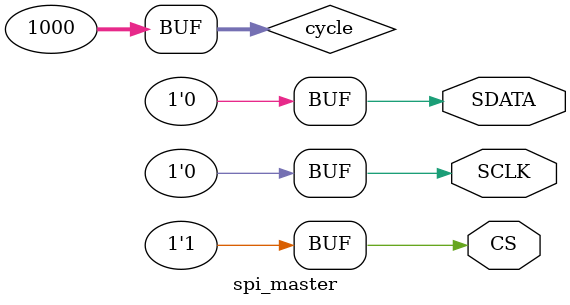
<source format=v>
`timescale 1ns/1ps

module spi_master(
 output reg CS,
 output reg SCLK,
 output reg SDATA
);

integer cycle;

initial begin
  cycle = 1000; // 1MHz
  CS    = 1'b1;
  SCLK  = 1'b0;
  SDATA = 1'b0;
end

task write(input [7:0] addr, input [7:0] data);
begin
  CS = 1'b0; #(cycle/2);
  repeat (8) begin
    {SCLK, SDATA} = {1'b0, addr[7]}; #(cycle/2);
    {SCLK, SDATA} = {1'b1, addr[7]}; #(cycle/2);
    addr = addr << 1;
  end
  repeat (8) begin
    {SCLK, SDATA} = {1'b0, data[7]}; #(cycle/2);
    {SCLK, SDATA} = {1'b1, data[7]}; #(cycle/2);
    data = data << 1;
  end
  {SCLK, SDATA} = 2'b00; #(cycle/2);
  CS = 1'b1; #(cycle/2);
end
endtask

endmodule

</source>
